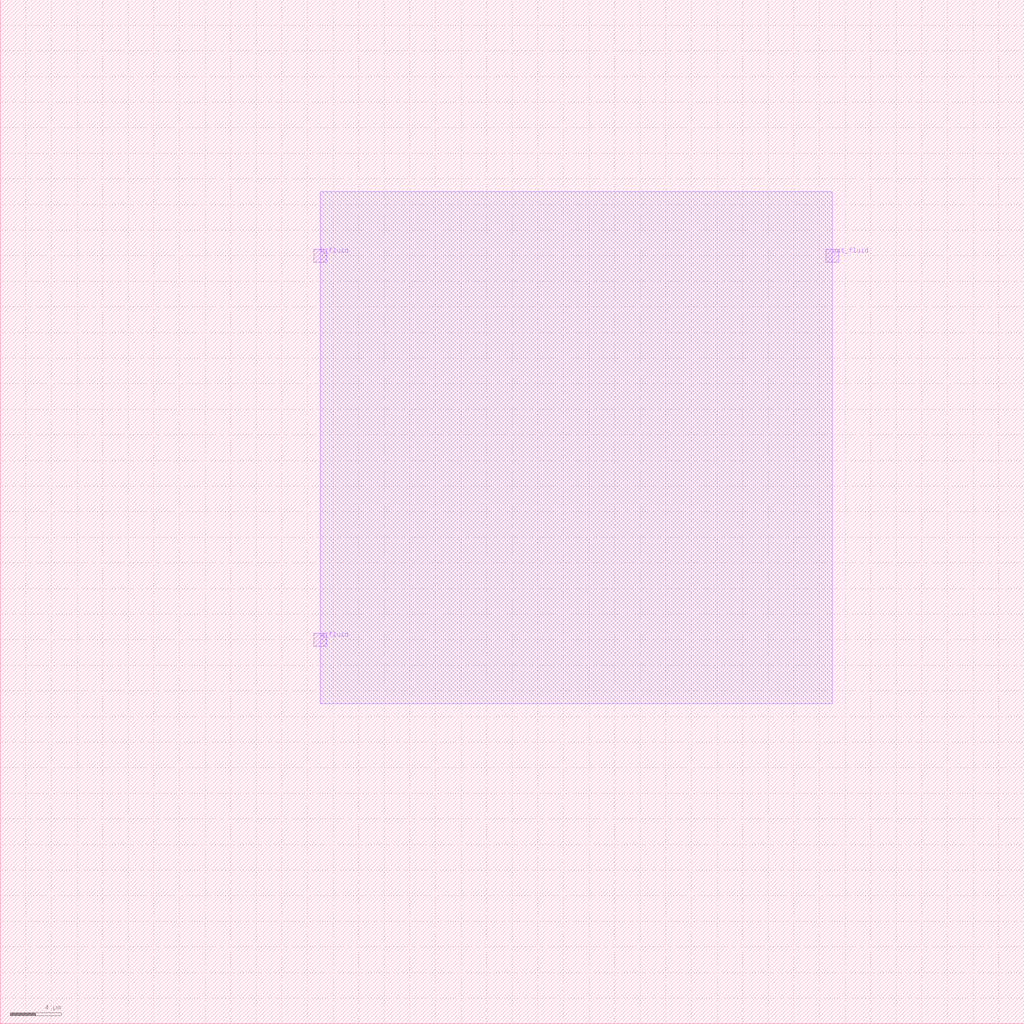
<source format=lef>

MACRO diffmix_25px_0
  CLASS CORE ;
  ORIGIN  0 0 ;
  FOREIGN diffmix_25px_0 0 0 ;
  SIZE 80 BY 80 ;
  SYMMETRY X Y ;
  SITE CoreSite ;
  PIN a_fluid
    DIRECTION INPUT ;
    USE SIGNAL ;
    PORT
      LAYER met1 ;
        RECT 24.5 29.5 25.5 30.5 ;
    END
  END a_fluid
  PIN b_fluid
    DIRECTION INPUT ;
    USE SIGNAL ;
    PORT
      LAYER met1 ;
        RECT 24.5 59.5 25.5 60.5 ;
    END
  END b_fluid
  PIN out_fluid
    DIRECTION OUTPUT ;
    USE SIGNAL ;
    PORT
      LAYER met1 ;
        RECT 64.5 59.5 65.5 60.5 ;
    END
  END out_fluid
  OBS
    LAYER met1 ;
      RECT 25 25 65 65 ;
  END
  PROPERTY CatenaDesignType "deviceLevel" ;
END diffmix_25px_0

</source>
